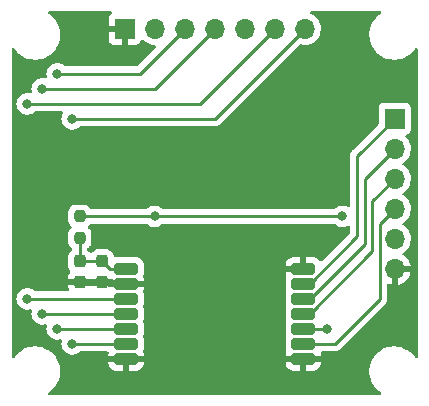
<source format=gtl>
G04 #@! TF.GenerationSoftware,KiCad,Pcbnew,6.0.11+dfsg-1~bpo11+1*
G04 #@! TF.CreationDate,2023-03-04T12:31:31-08:00*
G04 #@! TF.ProjectId,sx1280_breakout,73783132-3830-45f6-9272-65616b6f7574,rev?*
G04 #@! TF.SameCoordinates,Original*
G04 #@! TF.FileFunction,Copper,L1,Top*
G04 #@! TF.FilePolarity,Positive*
%FSLAX46Y46*%
G04 Gerber Fmt 4.6, Leading zero omitted, Abs format (unit mm)*
G04 Created by KiCad (PCBNEW 6.0.11+dfsg-1~bpo11+1) date 2023-03-04 12:31:31*
%MOMM*%
%LPD*%
G01*
G04 APERTURE LIST*
G04 Aperture macros list*
%AMRoundRect*
0 Rectangle with rounded corners*
0 $1 Rounding radius*
0 $2 $3 $4 $5 $6 $7 $8 $9 X,Y pos of 4 corners*
0 Add a 4 corners polygon primitive as box body*
4,1,4,$2,$3,$4,$5,$6,$7,$8,$9,$2,$3,0*
0 Add four circle primitives for the rounded corners*
1,1,$1+$1,$2,$3*
1,1,$1+$1,$4,$5*
1,1,$1+$1,$6,$7*
1,1,$1+$1,$8,$9*
0 Add four rect primitives between the rounded corners*
20,1,$1+$1,$2,$3,$4,$5,0*
20,1,$1+$1,$4,$5,$6,$7,0*
20,1,$1+$1,$6,$7,$8,$9,0*
20,1,$1+$1,$8,$9,$2,$3,0*%
G04 Aperture macros list end*
G04 #@! TA.AperFunction,SMDPad,CuDef*
%ADD10RoundRect,0.250000X-0.750000X-0.250000X0.750000X-0.250000X0.750000X0.250000X-0.750000X0.250000X0*%
G04 #@! TD*
G04 #@! TA.AperFunction,SMDPad,CuDef*
%ADD11RoundRect,0.237500X-0.237500X0.250000X-0.237500X-0.250000X0.237500X-0.250000X0.237500X0.250000X0*%
G04 #@! TD*
G04 #@! TA.AperFunction,SMDPad,CuDef*
%ADD12RoundRect,0.237500X-0.237500X0.300000X-0.237500X-0.300000X0.237500X-0.300000X0.237500X0.300000X0*%
G04 #@! TD*
G04 #@! TA.AperFunction,ComponentPad*
%ADD13R,1.700000X1.700000*%
G04 #@! TD*
G04 #@! TA.AperFunction,ComponentPad*
%ADD14O,1.700000X1.700000*%
G04 #@! TD*
G04 #@! TA.AperFunction,ViaPad*
%ADD15C,0.800000*%
G04 #@! TD*
G04 #@! TA.AperFunction,Conductor*
%ADD16C,0.250000*%
G04 #@! TD*
G04 APERTURE END LIST*
D10*
X132200000Y-111320000D03*
X132200000Y-112590000D03*
X132200000Y-113860000D03*
X132200000Y-115130000D03*
X132200000Y-116400000D03*
X132200000Y-117670000D03*
X132200000Y-118940000D03*
X147200000Y-118940000D03*
X147200000Y-117670000D03*
X147200000Y-116400000D03*
X147200000Y-115130000D03*
X147200000Y-113860000D03*
X147200000Y-112590000D03*
X147200000Y-111320000D03*
D11*
X128270000Y-106875000D03*
X128270000Y-108700000D03*
D12*
X130175000Y-110685000D03*
X130175000Y-112410000D03*
X128270000Y-110685000D03*
X128270000Y-112410000D03*
D13*
X132080000Y-91000000D03*
D14*
X134620000Y-91000000D03*
X137160000Y-91000000D03*
X139700000Y-91000000D03*
X142240000Y-91000000D03*
X144780000Y-91000000D03*
X147320000Y-91000000D03*
X154940000Y-111320000D03*
X154940000Y-108780000D03*
X154940000Y-106240000D03*
X154940000Y-103700000D03*
X154940000Y-101160000D03*
D13*
X154940000Y-98620000D03*
D15*
X150495000Y-106875000D03*
X134620000Y-106875000D03*
X149225000Y-116400000D03*
X127635000Y-117670000D03*
X127635000Y-98620000D03*
X126365000Y-116400000D03*
X126365000Y-94810000D03*
X125095000Y-96080000D03*
X125095000Y-115130000D03*
X123825000Y-113860000D03*
X123825000Y-97350000D03*
D16*
X147320000Y-91000000D02*
X139700000Y-98620000D01*
X139700000Y-98620000D02*
X127635000Y-98620000D01*
X132200000Y-117670000D02*
X127635000Y-117670000D01*
X132200000Y-113860000D02*
X123825000Y-113860000D01*
X132200000Y-115130000D02*
X125095000Y-115130000D01*
X132200000Y-116400000D02*
X126365000Y-116400000D01*
X137160000Y-91000000D02*
X133350000Y-94810000D01*
X133350000Y-94810000D02*
X126365000Y-94810000D01*
X139700000Y-91000000D02*
X134620000Y-96080000D01*
X134620000Y-96080000D02*
X125095000Y-96080000D01*
X144780000Y-91000000D02*
X138430000Y-97350000D01*
X138430000Y-97350000D02*
X123825000Y-97350000D01*
X130175000Y-112410000D02*
X129995000Y-112590000D01*
X129995000Y-112590000D02*
X128270000Y-112590000D01*
X132200000Y-112590000D02*
X130175000Y-112590000D01*
X132200000Y-111320000D02*
X130810000Y-111320000D01*
X130810000Y-111320000D02*
X130175000Y-110685000D01*
X128270000Y-110685000D02*
X130175000Y-110685000D01*
X128270000Y-108700000D02*
X128270000Y-110685000D01*
X134620000Y-106875000D02*
X150495000Y-106875000D01*
X134620000Y-106875000D02*
X128270000Y-106875000D01*
X147200000Y-112590000D02*
X147743173Y-112590000D01*
X147743173Y-112590000D02*
X151765000Y-108568173D01*
X151765000Y-108568173D02*
X151765000Y-101795000D01*
X151765000Y-101795000D02*
X154940000Y-98620000D01*
X147200000Y-113860000D02*
X147743173Y-113860000D01*
X147743173Y-113860000D02*
X152400000Y-109203173D01*
X152400000Y-109203173D02*
X152400000Y-103700000D01*
X152400000Y-103700000D02*
X154940000Y-101160000D01*
X147200000Y-115130000D02*
X147743173Y-115130000D01*
X147743173Y-115130000D02*
X153035000Y-109838173D01*
X153035000Y-109838173D02*
X153035000Y-105605000D01*
X153035000Y-105605000D02*
X154940000Y-103700000D01*
X147200000Y-117670000D02*
X149860000Y-117670000D01*
X149860000Y-117670000D02*
X153670000Y-113860000D01*
X153670000Y-113860000D02*
X153670000Y-107510000D01*
X153670000Y-107510000D02*
X154940000Y-106240000D01*
X147200000Y-116400000D02*
X149225000Y-116400000D01*
G04 #@! TA.AperFunction,Conductor*
G36*
X130928729Y-89528502D02*
G01*
X130975222Y-89582158D01*
X130985326Y-89652432D01*
X130955832Y-89717012D01*
X130936173Y-89735326D01*
X130874276Y-89781715D01*
X130861715Y-89794276D01*
X130785214Y-89896351D01*
X130776676Y-89911946D01*
X130731522Y-90032394D01*
X130727895Y-90047649D01*
X130722369Y-90098514D01*
X130722000Y-90105328D01*
X130722000Y-90727885D01*
X130726475Y-90743124D01*
X130727865Y-90744329D01*
X130735548Y-90746000D01*
X132208000Y-90746000D01*
X132276121Y-90766002D01*
X132322614Y-90819658D01*
X132334000Y-90872000D01*
X132334000Y-92339884D01*
X132338475Y-92355123D01*
X132339865Y-92356328D01*
X132347548Y-92357999D01*
X132974669Y-92357999D01*
X132981490Y-92357629D01*
X133032352Y-92352105D01*
X133047604Y-92348479D01*
X133168054Y-92303324D01*
X133183649Y-92294786D01*
X133285724Y-92218285D01*
X133298285Y-92205724D01*
X133374786Y-92103649D01*
X133383324Y-92088054D01*
X133424225Y-91978952D01*
X133466867Y-91922188D01*
X133533428Y-91897488D01*
X133602777Y-91912696D01*
X133637444Y-91940684D01*
X133662865Y-91970031D01*
X133662869Y-91970035D01*
X133666250Y-91973938D01*
X133838126Y-92116632D01*
X134031000Y-92229338D01*
X134239692Y-92309030D01*
X134244760Y-92310061D01*
X134244763Y-92310062D01*
X134352017Y-92331883D01*
X134458597Y-92353567D01*
X134463771Y-92353757D01*
X134463773Y-92353757D01*
X134531293Y-92356233D01*
X134605649Y-92358959D01*
X134672990Y-92381443D01*
X134717486Y-92436767D01*
X134725008Y-92507364D01*
X134690126Y-92573969D01*
X133124500Y-94139595D01*
X133062188Y-94173621D01*
X133035405Y-94176500D01*
X127073200Y-94176500D01*
X127005079Y-94156498D01*
X126985853Y-94140157D01*
X126985580Y-94140460D01*
X126980668Y-94136037D01*
X126976253Y-94131134D01*
X126821752Y-94018882D01*
X126815724Y-94016198D01*
X126815722Y-94016197D01*
X126653319Y-93943891D01*
X126653318Y-93943891D01*
X126647288Y-93941206D01*
X126553888Y-93921353D01*
X126466944Y-93902872D01*
X126466939Y-93902872D01*
X126460487Y-93901500D01*
X126269513Y-93901500D01*
X126263061Y-93902872D01*
X126263056Y-93902872D01*
X126176112Y-93921353D01*
X126082712Y-93941206D01*
X126076682Y-93943891D01*
X126076681Y-93943891D01*
X125914278Y-94016197D01*
X125914276Y-94016198D01*
X125908248Y-94018882D01*
X125753747Y-94131134D01*
X125749326Y-94136044D01*
X125749325Y-94136045D01*
X125715492Y-94173621D01*
X125625960Y-94273056D01*
X125530473Y-94438444D01*
X125471458Y-94620072D01*
X125451496Y-94810000D01*
X125471458Y-94999928D01*
X125473498Y-95006206D01*
X125484746Y-95040824D01*
X125486774Y-95111791D01*
X125450111Y-95172589D01*
X125386399Y-95203915D01*
X125338716Y-95203007D01*
X125196944Y-95172872D01*
X125196939Y-95172872D01*
X125190487Y-95171500D01*
X124999513Y-95171500D01*
X124993061Y-95172872D01*
X124993056Y-95172872D01*
X124906113Y-95191353D01*
X124812712Y-95211206D01*
X124806682Y-95213891D01*
X124806681Y-95213891D01*
X124644278Y-95286197D01*
X124644276Y-95286198D01*
X124638248Y-95288882D01*
X124483747Y-95401134D01*
X124479326Y-95406044D01*
X124479325Y-95406045D01*
X124445492Y-95443621D01*
X124355960Y-95543056D01*
X124260473Y-95708444D01*
X124201458Y-95890072D01*
X124181496Y-96080000D01*
X124201458Y-96269928D01*
X124203498Y-96276206D01*
X124214746Y-96310824D01*
X124216774Y-96381791D01*
X124180111Y-96442589D01*
X124116399Y-96473915D01*
X124068716Y-96473007D01*
X123926944Y-96442872D01*
X123926939Y-96442872D01*
X123920487Y-96441500D01*
X123729513Y-96441500D01*
X123723061Y-96442872D01*
X123723056Y-96442872D01*
X123636112Y-96461353D01*
X123542712Y-96481206D01*
X123536682Y-96483891D01*
X123536681Y-96483891D01*
X123374278Y-96556197D01*
X123374276Y-96556198D01*
X123368248Y-96558882D01*
X123213747Y-96671134D01*
X123209326Y-96676044D01*
X123209325Y-96676045D01*
X123175492Y-96713621D01*
X123085960Y-96813056D01*
X122990473Y-96978444D01*
X122931458Y-97160072D01*
X122911496Y-97350000D01*
X122912186Y-97356565D01*
X122930594Y-97531703D01*
X122931458Y-97539928D01*
X122990473Y-97721556D01*
X123085960Y-97886944D01*
X123090378Y-97891851D01*
X123090379Y-97891852D01*
X123176905Y-97987949D01*
X123213747Y-98028866D01*
X123368248Y-98141118D01*
X123374276Y-98143802D01*
X123374278Y-98143803D01*
X123438733Y-98172500D01*
X123542712Y-98218794D01*
X123636112Y-98238647D01*
X123723056Y-98257128D01*
X123723061Y-98257128D01*
X123729513Y-98258500D01*
X123920487Y-98258500D01*
X123926939Y-98257128D01*
X123926944Y-98257128D01*
X124013888Y-98238647D01*
X124107288Y-98218794D01*
X124211267Y-98172500D01*
X124275722Y-98143803D01*
X124275724Y-98143802D01*
X124281752Y-98141118D01*
X124436253Y-98028866D01*
X124440668Y-98023963D01*
X124445580Y-98019540D01*
X124446705Y-98020789D01*
X124500014Y-97987949D01*
X124533200Y-97983500D01*
X126735200Y-97983500D01*
X126803321Y-98003502D01*
X126849814Y-98057158D01*
X126859918Y-98127432D01*
X126844319Y-98172500D01*
X126817591Y-98218794D01*
X126800473Y-98248444D01*
X126741458Y-98430072D01*
X126721496Y-98620000D01*
X126741458Y-98809928D01*
X126800473Y-98991556D01*
X126895960Y-99156944D01*
X126900378Y-99161851D01*
X126900379Y-99161852D01*
X126982452Y-99253003D01*
X127023747Y-99298866D01*
X127178248Y-99411118D01*
X127184276Y-99413802D01*
X127184278Y-99413803D01*
X127346681Y-99486109D01*
X127352712Y-99488794D01*
X127446112Y-99508647D01*
X127533056Y-99527128D01*
X127533061Y-99527128D01*
X127539513Y-99528500D01*
X127730487Y-99528500D01*
X127736939Y-99527128D01*
X127736944Y-99527128D01*
X127823888Y-99508647D01*
X127917288Y-99488794D01*
X127923319Y-99486109D01*
X128085722Y-99413803D01*
X128085724Y-99413802D01*
X128091752Y-99411118D01*
X128246253Y-99298866D01*
X128250668Y-99293963D01*
X128255580Y-99289540D01*
X128256705Y-99290789D01*
X128310014Y-99257949D01*
X128343200Y-99253500D01*
X139621233Y-99253500D01*
X139632416Y-99254027D01*
X139639909Y-99255702D01*
X139647835Y-99255453D01*
X139647836Y-99255453D01*
X139707986Y-99253562D01*
X139711945Y-99253500D01*
X139739856Y-99253500D01*
X139743791Y-99253003D01*
X139743856Y-99252995D01*
X139755693Y-99252062D01*
X139787951Y-99251048D01*
X139791970Y-99250922D01*
X139799889Y-99250673D01*
X139819343Y-99245021D01*
X139838700Y-99241013D01*
X139850930Y-99239468D01*
X139850931Y-99239468D01*
X139858797Y-99238474D01*
X139866168Y-99235555D01*
X139866170Y-99235555D01*
X139899912Y-99222196D01*
X139911142Y-99218351D01*
X139945983Y-99208229D01*
X139945984Y-99208229D01*
X139953593Y-99206018D01*
X139960412Y-99201985D01*
X139960417Y-99201983D01*
X139971028Y-99195707D01*
X139988776Y-99187012D01*
X140007617Y-99179552D01*
X140043387Y-99153564D01*
X140053307Y-99147048D01*
X140084535Y-99128580D01*
X140084538Y-99128578D01*
X140091362Y-99124542D01*
X140105683Y-99110221D01*
X140120717Y-99097380D01*
X140130694Y-99090131D01*
X140137107Y-99085472D01*
X140165298Y-99051395D01*
X140173288Y-99042616D01*
X146864549Y-92351355D01*
X146926861Y-92317329D01*
X146978762Y-92316979D01*
X147158597Y-92353567D01*
X147163772Y-92353757D01*
X147163774Y-92353757D01*
X147376673Y-92361564D01*
X147376677Y-92361564D01*
X147381837Y-92361753D01*
X147386957Y-92361097D01*
X147386959Y-92361097D01*
X147598288Y-92334025D01*
X147598289Y-92334025D01*
X147603416Y-92333368D01*
X147642434Y-92321662D01*
X147812429Y-92270661D01*
X147812434Y-92270659D01*
X147817384Y-92269174D01*
X148017994Y-92170896D01*
X148199860Y-92041173D01*
X148358096Y-91883489D01*
X148488453Y-91702077D01*
X148509320Y-91659857D01*
X148585136Y-91506453D01*
X148585137Y-91506451D01*
X148587430Y-91501811D01*
X148652370Y-91288069D01*
X148681529Y-91066590D01*
X148681676Y-91060594D01*
X148683074Y-91003365D01*
X148683074Y-91003361D01*
X148683156Y-91000000D01*
X148664852Y-90777361D01*
X148610431Y-90560702D01*
X148521354Y-90355840D01*
X148400014Y-90168277D01*
X148249670Y-90003051D01*
X148245619Y-89999852D01*
X148245615Y-89999848D01*
X148078414Y-89867800D01*
X148078410Y-89867798D01*
X148074359Y-89864598D01*
X147878789Y-89756638D01*
X147873624Y-89754809D01*
X147869285Y-89753272D01*
X147811750Y-89711677D01*
X147785835Y-89645579D01*
X147799770Y-89575964D01*
X147849129Y-89524933D01*
X147911347Y-89508500D01*
X153668229Y-89508500D01*
X153736350Y-89528502D01*
X153782843Y-89582158D01*
X153792947Y-89652432D01*
X153763453Y-89717012D01*
X153740680Y-89737587D01*
X153569977Y-89857559D01*
X153554892Y-89871577D01*
X153392325Y-90022644D01*
X153359378Y-90053260D01*
X153177287Y-90275732D01*
X153027073Y-90520858D01*
X153025347Y-90524791D01*
X153025346Y-90524792D01*
X152929505Y-90743124D01*
X152911517Y-90784102D01*
X152910342Y-90788229D01*
X152910341Y-90788230D01*
X152886012Y-90873639D01*
X152832756Y-91060594D01*
X152792249Y-91345216D01*
X152792227Y-91349505D01*
X152792226Y-91349512D01*
X152790765Y-91628417D01*
X152790743Y-91632703D01*
X152791302Y-91636947D01*
X152791302Y-91636951D01*
X152807810Y-91762340D01*
X152828268Y-91917734D01*
X152904129Y-92195036D01*
X152905813Y-92198984D01*
X153007237Y-92436767D01*
X153016923Y-92459476D01*
X153085446Y-92573969D01*
X153142616Y-92669493D01*
X153164561Y-92706161D01*
X153344313Y-92930528D01*
X153552851Y-93128423D01*
X153786317Y-93296186D01*
X153790112Y-93298195D01*
X153790113Y-93298196D01*
X153811869Y-93309715D01*
X154040392Y-93430712D01*
X154310373Y-93529511D01*
X154591264Y-93590755D01*
X154619841Y-93593004D01*
X154814282Y-93608307D01*
X154814291Y-93608307D01*
X154816739Y-93608500D01*
X154972271Y-93608500D01*
X154974407Y-93608354D01*
X154974418Y-93608354D01*
X155182548Y-93594165D01*
X155182554Y-93594164D01*
X155186825Y-93593873D01*
X155191020Y-93593004D01*
X155191022Y-93593004D01*
X155327584Y-93564723D01*
X155468342Y-93535574D01*
X155739343Y-93439607D01*
X155994812Y-93307750D01*
X155998313Y-93305289D01*
X155998317Y-93305287D01*
X156112417Y-93225096D01*
X156230023Y-93142441D01*
X156440622Y-92946740D01*
X156622713Y-92724268D01*
X156624948Y-92720621D01*
X156624960Y-92720604D01*
X156658068Y-92666576D01*
X156710715Y-92618945D01*
X156780757Y-92607338D01*
X156845954Y-92635441D01*
X156885608Y-92694332D01*
X156891500Y-92732411D01*
X156891500Y-118765800D01*
X156871498Y-118833921D01*
X156817842Y-118880414D01*
X156747568Y-118890518D01*
X156682988Y-118861024D01*
X156657384Y-118830507D01*
X156642519Y-118805668D01*
X156635439Y-118793839D01*
X156455687Y-118569472D01*
X156271145Y-118394348D01*
X156250258Y-118374527D01*
X156250255Y-118374525D01*
X156247149Y-118371577D01*
X156057064Y-118234987D01*
X156017172Y-118206321D01*
X156017171Y-118206320D01*
X156013683Y-118203814D01*
X156006618Y-118200073D01*
X155958398Y-118174542D01*
X155759608Y-118069288D01*
X155489627Y-117970489D01*
X155208736Y-117909245D01*
X155177685Y-117906801D01*
X154985718Y-117891693D01*
X154985709Y-117891693D01*
X154983261Y-117891500D01*
X154827729Y-117891500D01*
X154825593Y-117891646D01*
X154825582Y-117891646D01*
X154617452Y-117905835D01*
X154617446Y-117905836D01*
X154613175Y-117906127D01*
X154608980Y-117906996D01*
X154608978Y-117906996D01*
X154472416Y-117935277D01*
X154331658Y-117964426D01*
X154060657Y-118060393D01*
X153805188Y-118192250D01*
X153801687Y-118194711D01*
X153801683Y-118194713D01*
X153719994Y-118252125D01*
X153569977Y-118357559D01*
X153551828Y-118374424D01*
X153371403Y-118542086D01*
X153359378Y-118553260D01*
X153177287Y-118775732D01*
X153027073Y-119020858D01*
X153025347Y-119024791D01*
X153025346Y-119024792D01*
X152949105Y-119198475D01*
X152911517Y-119284102D01*
X152910342Y-119288229D01*
X152910341Y-119288230D01*
X152906699Y-119301016D01*
X152832756Y-119560594D01*
X152792249Y-119845216D01*
X152792227Y-119849505D01*
X152792226Y-119849512D01*
X152790765Y-120128417D01*
X152790743Y-120132703D01*
X152828268Y-120417734D01*
X152904129Y-120695036D01*
X153016923Y-120959476D01*
X153164561Y-121206161D01*
X153344313Y-121430528D01*
X153552851Y-121628423D01*
X153575787Y-121644904D01*
X153740382Y-121763178D01*
X153784030Y-121819172D01*
X153790476Y-121889876D01*
X153757673Y-121952840D01*
X153696037Y-121988074D01*
X153666856Y-121991500D01*
X125731771Y-121991500D01*
X125663650Y-121971498D01*
X125617157Y-121917842D01*
X125607053Y-121847568D01*
X125636547Y-121782988D01*
X125659320Y-121762413D01*
X125830023Y-121642441D01*
X126040622Y-121446740D01*
X126222713Y-121224268D01*
X126372927Y-120979142D01*
X126488483Y-120715898D01*
X126567244Y-120439406D01*
X126607751Y-120154784D01*
X126607845Y-120136951D01*
X126609235Y-119871583D01*
X126609235Y-119871576D01*
X126609257Y-119867297D01*
X126571732Y-119582266D01*
X126495871Y-119304964D01*
X126466922Y-119237095D01*
X130692001Y-119237095D01*
X130692338Y-119243614D01*
X130702257Y-119339206D01*
X130705149Y-119352600D01*
X130756588Y-119506784D01*
X130762761Y-119519962D01*
X130848063Y-119657807D01*
X130857099Y-119669208D01*
X130971829Y-119783739D01*
X130983240Y-119792751D01*
X131121243Y-119877816D01*
X131134424Y-119883963D01*
X131288710Y-119935138D01*
X131302086Y-119938005D01*
X131396438Y-119947672D01*
X131402854Y-119948000D01*
X131927885Y-119948000D01*
X131943124Y-119943525D01*
X131944329Y-119942135D01*
X131946000Y-119934452D01*
X131946000Y-119929884D01*
X132454000Y-119929884D01*
X132458475Y-119945123D01*
X132459865Y-119946328D01*
X132467548Y-119947999D01*
X132997095Y-119947999D01*
X133003614Y-119947662D01*
X133099206Y-119937743D01*
X133112600Y-119934851D01*
X133266784Y-119883412D01*
X133279962Y-119877239D01*
X133417807Y-119791937D01*
X133429208Y-119782901D01*
X133543739Y-119668171D01*
X133552751Y-119656760D01*
X133637816Y-119518757D01*
X133643963Y-119505576D01*
X133695138Y-119351290D01*
X133698005Y-119337914D01*
X133707672Y-119243562D01*
X133708000Y-119237146D01*
X133708000Y-119237095D01*
X145692001Y-119237095D01*
X145692338Y-119243614D01*
X145702257Y-119339206D01*
X145705149Y-119352600D01*
X145756588Y-119506784D01*
X145762761Y-119519962D01*
X145848063Y-119657807D01*
X145857099Y-119669208D01*
X145971829Y-119783739D01*
X145983240Y-119792751D01*
X146121243Y-119877816D01*
X146134424Y-119883963D01*
X146288710Y-119935138D01*
X146302086Y-119938005D01*
X146396438Y-119947672D01*
X146402854Y-119948000D01*
X146927885Y-119948000D01*
X146943124Y-119943525D01*
X146944329Y-119942135D01*
X146946000Y-119934452D01*
X146946000Y-119929884D01*
X147454000Y-119929884D01*
X147458475Y-119945123D01*
X147459865Y-119946328D01*
X147467548Y-119947999D01*
X147997095Y-119947999D01*
X148003614Y-119947662D01*
X148099206Y-119937743D01*
X148112600Y-119934851D01*
X148266784Y-119883412D01*
X148279962Y-119877239D01*
X148417807Y-119791937D01*
X148429208Y-119782901D01*
X148543739Y-119668171D01*
X148552751Y-119656760D01*
X148637816Y-119518757D01*
X148643963Y-119505576D01*
X148695138Y-119351290D01*
X148698005Y-119337914D01*
X148707672Y-119243562D01*
X148708000Y-119237146D01*
X148708000Y-119212115D01*
X148703525Y-119196876D01*
X148702135Y-119195671D01*
X148694452Y-119194000D01*
X147472115Y-119194000D01*
X147456876Y-119198475D01*
X147455671Y-119199865D01*
X147454000Y-119207548D01*
X147454000Y-119929884D01*
X146946000Y-119929884D01*
X146946000Y-119212115D01*
X146941525Y-119196876D01*
X146940135Y-119195671D01*
X146932452Y-119194000D01*
X145710116Y-119194000D01*
X145694877Y-119198475D01*
X145693672Y-119199865D01*
X145692001Y-119207548D01*
X145692001Y-119237095D01*
X133708000Y-119237095D01*
X133708000Y-119212115D01*
X133703525Y-119196876D01*
X133702135Y-119195671D01*
X133694452Y-119194000D01*
X132472115Y-119194000D01*
X132456876Y-119198475D01*
X132455671Y-119199865D01*
X132454000Y-119207548D01*
X132454000Y-119929884D01*
X131946000Y-119929884D01*
X131946000Y-119212115D01*
X131941525Y-119196876D01*
X131940135Y-119195671D01*
X131932452Y-119194000D01*
X130710116Y-119194000D01*
X130694877Y-119198475D01*
X130693672Y-119199865D01*
X130692001Y-119207548D01*
X130692001Y-119237095D01*
X126466922Y-119237095D01*
X126383077Y-119040524D01*
X126277764Y-118864559D01*
X126237643Y-118797521D01*
X126237639Y-118797515D01*
X126235439Y-118793839D01*
X126055687Y-118569472D01*
X125871145Y-118394348D01*
X125850258Y-118374527D01*
X125850255Y-118374525D01*
X125847149Y-118371577D01*
X125657064Y-118234987D01*
X125617172Y-118206321D01*
X125617171Y-118206320D01*
X125613683Y-118203814D01*
X125606618Y-118200073D01*
X125558398Y-118174542D01*
X125359608Y-118069288D01*
X125089627Y-117970489D01*
X124808736Y-117909245D01*
X124777685Y-117906801D01*
X124585718Y-117891693D01*
X124585709Y-117891693D01*
X124583261Y-117891500D01*
X124427729Y-117891500D01*
X124425593Y-117891646D01*
X124425582Y-117891646D01*
X124217452Y-117905835D01*
X124217446Y-117905836D01*
X124213175Y-117906127D01*
X124208980Y-117906996D01*
X124208978Y-117906996D01*
X124072416Y-117935277D01*
X123931658Y-117964426D01*
X123660657Y-118060393D01*
X123405188Y-118192250D01*
X123401687Y-118194711D01*
X123401683Y-118194713D01*
X123319994Y-118252125D01*
X123169977Y-118357559D01*
X123151828Y-118374424D01*
X122971403Y-118542086D01*
X122959378Y-118553260D01*
X122777287Y-118775732D01*
X122775052Y-118779379D01*
X122775040Y-118779396D01*
X122741932Y-118833424D01*
X122689285Y-118881055D01*
X122619243Y-118892662D01*
X122554046Y-118864559D01*
X122514392Y-118805668D01*
X122508500Y-118767589D01*
X122508500Y-113860000D01*
X122911496Y-113860000D01*
X122912186Y-113866565D01*
X122930220Y-114038145D01*
X122931458Y-114049928D01*
X122990473Y-114231556D01*
X123085960Y-114396944D01*
X123090378Y-114401851D01*
X123090379Y-114401852D01*
X123189290Y-114511704D01*
X123213747Y-114538866D01*
X123368248Y-114651118D01*
X123374276Y-114653802D01*
X123374278Y-114653803D01*
X123536681Y-114726109D01*
X123542712Y-114728794D01*
X123636113Y-114748647D01*
X123723056Y-114767128D01*
X123723061Y-114767128D01*
X123729513Y-114768500D01*
X123920487Y-114768500D01*
X123926939Y-114767128D01*
X123926944Y-114767128D01*
X124068716Y-114736993D01*
X124139507Y-114742395D01*
X124196139Y-114785212D01*
X124220633Y-114851850D01*
X124214746Y-114899176D01*
X124201458Y-114940072D01*
X124200768Y-114946633D01*
X124200768Y-114946635D01*
X124183307Y-115112767D01*
X124181496Y-115130000D01*
X124201458Y-115319928D01*
X124260473Y-115501556D01*
X124355960Y-115666944D01*
X124360378Y-115671851D01*
X124360379Y-115671852D01*
X124459290Y-115781704D01*
X124483747Y-115808866D01*
X124638248Y-115921118D01*
X124644276Y-115923802D01*
X124644278Y-115923803D01*
X124806681Y-115996109D01*
X124812712Y-115998794D01*
X124906113Y-116018647D01*
X124993056Y-116037128D01*
X124993061Y-116037128D01*
X124999513Y-116038500D01*
X125190487Y-116038500D01*
X125196939Y-116037128D01*
X125196944Y-116037128D01*
X125338716Y-116006993D01*
X125409507Y-116012395D01*
X125466139Y-116055212D01*
X125490633Y-116121850D01*
X125484746Y-116169176D01*
X125471458Y-116210072D01*
X125451496Y-116400000D01*
X125471458Y-116589928D01*
X125530473Y-116771556D01*
X125625960Y-116936944D01*
X125630378Y-116941851D01*
X125630379Y-116941852D01*
X125729290Y-117051704D01*
X125753747Y-117078866D01*
X125908248Y-117191118D01*
X125914276Y-117193802D01*
X125914278Y-117193803D01*
X126076681Y-117266109D01*
X126082712Y-117268794D01*
X126176113Y-117288647D01*
X126263056Y-117307128D01*
X126263061Y-117307128D01*
X126269513Y-117308500D01*
X126460487Y-117308500D01*
X126466939Y-117307128D01*
X126466944Y-117307128D01*
X126608716Y-117276993D01*
X126679507Y-117282395D01*
X126736139Y-117325212D01*
X126760633Y-117391850D01*
X126754746Y-117439176D01*
X126741458Y-117480072D01*
X126721496Y-117670000D01*
X126741458Y-117859928D01*
X126800473Y-118041556D01*
X126803776Y-118047278D01*
X126803777Y-118047279D01*
X126815753Y-118068022D01*
X126895960Y-118206944D01*
X126900378Y-118211851D01*
X126900379Y-118211852D01*
X126982452Y-118303003D01*
X127023747Y-118348866D01*
X127178248Y-118461118D01*
X127184276Y-118463802D01*
X127184278Y-118463803D01*
X127346681Y-118536109D01*
X127352712Y-118538794D01*
X127446112Y-118558647D01*
X127533056Y-118577128D01*
X127533061Y-118577128D01*
X127539513Y-118578500D01*
X127730487Y-118578500D01*
X127736939Y-118577128D01*
X127736944Y-118577128D01*
X127823888Y-118558647D01*
X127917288Y-118538794D01*
X127923319Y-118536109D01*
X128085722Y-118463803D01*
X128085724Y-118463802D01*
X128091752Y-118461118D01*
X128246253Y-118348866D01*
X128250668Y-118343963D01*
X128255580Y-118339540D01*
X128256705Y-118340789D01*
X128310014Y-118307949D01*
X128343200Y-118303500D01*
X130605019Y-118303500D01*
X130673140Y-118323502D01*
X130719633Y-118377158D01*
X130729737Y-118447432D01*
X130724612Y-118469168D01*
X130704862Y-118528710D01*
X130701995Y-118542086D01*
X130692328Y-118636438D01*
X130692000Y-118642855D01*
X130692000Y-118667885D01*
X130696475Y-118683124D01*
X130697865Y-118684329D01*
X130705548Y-118686000D01*
X133689884Y-118686000D01*
X133705123Y-118681525D01*
X133706328Y-118680135D01*
X133707999Y-118672452D01*
X133707999Y-118642905D01*
X133707662Y-118636386D01*
X133697743Y-118540794D01*
X133694851Y-118527400D01*
X133643411Y-118373212D01*
X133636784Y-118359066D01*
X133626000Y-118288893D01*
X133636690Y-118252365D01*
X133638272Y-118248973D01*
X133642115Y-118242738D01*
X133648035Y-118224890D01*
X133695632Y-118081389D01*
X133695632Y-118081387D01*
X133697797Y-118074861D01*
X133699280Y-118060393D01*
X133708172Y-117973598D01*
X133708500Y-117970400D01*
X133708500Y-117369600D01*
X133708163Y-117366350D01*
X133698238Y-117270692D01*
X133698237Y-117270688D01*
X133697526Y-117263834D01*
X133673266Y-117191118D01*
X133643867Y-117102997D01*
X133643865Y-117102992D01*
X133641550Y-117096054D01*
X133637699Y-117089831D01*
X133637061Y-117088469D01*
X133626278Y-117018296D01*
X133636967Y-116981772D01*
X133638274Y-116978969D01*
X133642115Y-116972738D01*
X133652360Y-116941852D01*
X133695632Y-116811389D01*
X133695632Y-116811387D01*
X133697797Y-116804861D01*
X133701210Y-116771556D01*
X133708172Y-116703598D01*
X133708500Y-116700400D01*
X133708500Y-116099600D01*
X133708163Y-116096350D01*
X133698238Y-116000692D01*
X133698237Y-116000688D01*
X133697526Y-115993834D01*
X133673266Y-115921118D01*
X133643867Y-115832997D01*
X133643865Y-115832992D01*
X133641550Y-115826054D01*
X133637699Y-115819831D01*
X133637061Y-115818469D01*
X133626278Y-115748296D01*
X133636967Y-115711772D01*
X133638274Y-115708969D01*
X133642115Y-115702738D01*
X133652360Y-115671852D01*
X133695632Y-115541389D01*
X133695632Y-115541387D01*
X133697797Y-115534861D01*
X133701210Y-115501556D01*
X133703821Y-115476064D01*
X133708500Y-115430400D01*
X133708500Y-114829600D01*
X133708163Y-114826350D01*
X133698238Y-114730692D01*
X133698237Y-114730688D01*
X133697526Y-114723834D01*
X133673266Y-114651118D01*
X133643867Y-114562997D01*
X133643865Y-114562992D01*
X133641550Y-114556054D01*
X133637699Y-114549831D01*
X133637061Y-114548469D01*
X133626278Y-114478296D01*
X133636967Y-114441772D01*
X133638274Y-114438969D01*
X133642115Y-114432738D01*
X133652360Y-114401852D01*
X133695632Y-114271389D01*
X133695632Y-114271387D01*
X133697797Y-114264861D01*
X133701210Y-114231556D01*
X133708172Y-114163598D01*
X133708500Y-114160400D01*
X133708500Y-113559600D01*
X133708163Y-113556350D01*
X133698238Y-113460692D01*
X133698237Y-113460688D01*
X133697526Y-113453834D01*
X133641550Y-113286054D01*
X133637700Y-113279832D01*
X133636783Y-113277875D01*
X133625999Y-113207702D01*
X133636689Y-113171175D01*
X133643963Y-113155576D01*
X133695138Y-113001290D01*
X133698005Y-112987914D01*
X133707672Y-112893562D01*
X133708000Y-112887146D01*
X133708000Y-112862115D01*
X133703525Y-112846876D01*
X133702135Y-112845671D01*
X133694452Y-112844000D01*
X130778000Y-112844000D01*
X130709879Y-112823998D01*
X130663386Y-112770342D01*
X130652000Y-112718000D01*
X130652000Y-112682115D01*
X130647525Y-112666876D01*
X130646135Y-112665671D01*
X130638452Y-112664000D01*
X127305115Y-112664000D01*
X127289876Y-112668475D01*
X127288671Y-112669865D01*
X127287000Y-112677548D01*
X127287000Y-112756266D01*
X127287337Y-112762782D01*
X127297075Y-112856632D01*
X127299968Y-112870028D01*
X127350488Y-113021453D01*
X127359759Y-113041245D01*
X127358497Y-113041836D01*
X127375232Y-113102653D01*
X127354069Y-113170422D01*
X127299626Y-113215991D01*
X127249250Y-113226500D01*
X124533200Y-113226500D01*
X124465079Y-113206498D01*
X124445853Y-113190157D01*
X124445580Y-113190460D01*
X124440668Y-113186037D01*
X124436253Y-113181134D01*
X124281752Y-113068882D01*
X124275724Y-113066198D01*
X124275722Y-113066197D01*
X124113319Y-112993891D01*
X124113318Y-112993891D01*
X124107288Y-112991206D01*
X124013888Y-112971353D01*
X123926944Y-112952872D01*
X123926939Y-112952872D01*
X123920487Y-112951500D01*
X123729513Y-112951500D01*
X123723061Y-112952872D01*
X123723056Y-112952872D01*
X123636112Y-112971353D01*
X123542712Y-112991206D01*
X123536682Y-112993891D01*
X123536681Y-112993891D01*
X123374278Y-113066197D01*
X123374276Y-113066198D01*
X123368248Y-113068882D01*
X123213747Y-113181134D01*
X123209326Y-113186044D01*
X123209325Y-113186045D01*
X123159210Y-113241704D01*
X123085960Y-113323056D01*
X122990473Y-113488444D01*
X122931458Y-113670072D01*
X122911496Y-113860000D01*
X122508500Y-113860000D01*
X122508500Y-111034572D01*
X127286500Y-111034572D01*
X127286837Y-111037818D01*
X127286837Y-111037822D01*
X127289588Y-111064329D01*
X127297293Y-111138593D01*
X127352346Y-111303607D01*
X127443884Y-111451531D01*
X127449065Y-111456703D01*
X127451139Y-111458773D01*
X127452105Y-111460538D01*
X127453613Y-111462441D01*
X127453287Y-111462699D01*
X127485219Y-111521054D01*
X127480218Y-111591875D01*
X127451292Y-111636970D01*
X127448636Y-111639631D01*
X127439625Y-111651040D01*
X127356088Y-111786563D01*
X127349944Y-111799741D01*
X127299685Y-111951266D01*
X127296819Y-111964632D01*
X127287328Y-112057270D01*
X127287000Y-112063685D01*
X127287000Y-112137885D01*
X127291475Y-112153124D01*
X127292865Y-112154329D01*
X127300548Y-112156000D01*
X130919398Y-112156000D01*
X130985514Y-112174740D01*
X131127262Y-112262115D01*
X131134205Y-112264418D01*
X131138327Y-112266340D01*
X131191612Y-112313257D01*
X131199376Y-112330439D01*
X131203865Y-112334329D01*
X131211548Y-112336000D01*
X133689884Y-112336000D01*
X133705123Y-112331525D01*
X133706328Y-112330135D01*
X133707999Y-112322452D01*
X133707999Y-112292905D01*
X133707662Y-112286386D01*
X133697743Y-112190794D01*
X133694851Y-112177400D01*
X133643411Y-112023212D01*
X133636784Y-112009066D01*
X133626000Y-111938893D01*
X133636690Y-111902365D01*
X133638272Y-111898973D01*
X133642115Y-111892738D01*
X133649785Y-111869614D01*
X133695632Y-111731389D01*
X133695632Y-111731387D01*
X133697797Y-111724861D01*
X133708500Y-111620400D01*
X133708500Y-111047885D01*
X145692000Y-111047885D01*
X145696475Y-111063124D01*
X145697865Y-111064329D01*
X145705548Y-111066000D01*
X146927885Y-111066000D01*
X146943124Y-111061525D01*
X146944329Y-111060135D01*
X146946000Y-111052452D01*
X146946000Y-110330116D01*
X146941525Y-110314877D01*
X146940135Y-110313672D01*
X146932452Y-110312001D01*
X146402905Y-110312001D01*
X146396386Y-110312338D01*
X146300794Y-110322257D01*
X146287400Y-110325149D01*
X146133216Y-110376588D01*
X146120038Y-110382761D01*
X145982193Y-110468063D01*
X145970792Y-110477099D01*
X145856261Y-110591829D01*
X145847249Y-110603240D01*
X145762184Y-110741243D01*
X145756037Y-110754424D01*
X145704862Y-110908710D01*
X145701995Y-110922086D01*
X145692328Y-111016438D01*
X145692000Y-111022855D01*
X145692000Y-111047885D01*
X133708500Y-111047885D01*
X133708500Y-111019600D01*
X133701037Y-110947672D01*
X133698238Y-110920692D01*
X133698237Y-110920688D01*
X133697526Y-110913834D01*
X133641550Y-110746054D01*
X133548478Y-110595652D01*
X133423303Y-110470695D01*
X133417072Y-110466854D01*
X133278968Y-110381725D01*
X133278966Y-110381724D01*
X133272738Y-110377885D01*
X133192995Y-110351436D01*
X133111389Y-110324368D01*
X133111387Y-110324368D01*
X133104861Y-110322203D01*
X133098025Y-110321503D01*
X133098022Y-110321502D01*
X133054969Y-110317091D01*
X133000400Y-110311500D01*
X131399600Y-110311500D01*
X131396354Y-110311837D01*
X131396350Y-110311837D01*
X131300693Y-110321762D01*
X131300690Y-110321763D01*
X131293834Y-110322474D01*
X131293194Y-110322688D01*
X131224789Y-110317693D01*
X131168016Y-110275063D01*
X131148098Y-110231276D01*
X131147707Y-110231407D01*
X131146467Y-110227690D01*
X131146467Y-110227689D01*
X131092654Y-110066393D01*
X131001116Y-109918469D01*
X130995934Y-109913296D01*
X130883184Y-109800742D01*
X130883179Y-109800738D01*
X130878003Y-109795571D01*
X130871772Y-109791730D01*
X130736150Y-109708131D01*
X130736148Y-109708130D01*
X130729920Y-109704291D01*
X130564809Y-109649526D01*
X130557973Y-109648826D01*
X130557970Y-109648825D01*
X130506474Y-109643549D01*
X130462072Y-109639000D01*
X129887928Y-109639000D01*
X129884682Y-109639337D01*
X129884678Y-109639337D01*
X129790765Y-109649081D01*
X129790761Y-109649082D01*
X129783907Y-109649793D01*
X129777371Y-109651974D01*
X129777369Y-109651974D01*
X129686226Y-109682382D01*
X129618893Y-109704846D01*
X129470969Y-109796384D01*
X129465796Y-109801566D01*
X129353242Y-109914316D01*
X129353238Y-109914321D01*
X129348071Y-109919497D01*
X129344230Y-109925728D01*
X129344228Y-109925731D01*
X129329706Y-109949289D01*
X129276933Y-109996782D01*
X129206861Y-110008204D01*
X129141738Y-109979930D01*
X129115306Y-109949479D01*
X129096116Y-109918469D01*
X129090934Y-109913296D01*
X128978184Y-109800742D01*
X128978179Y-109800738D01*
X128973003Y-109795571D01*
X128963386Y-109789643D01*
X128961559Y-109787614D01*
X128961027Y-109787193D01*
X128961099Y-109787102D01*
X128915892Y-109736872D01*
X128903500Y-109682382D01*
X128903500Y-109652464D01*
X128923502Y-109584343D01*
X128963196Y-109545321D01*
X128974031Y-109538616D01*
X129026279Y-109486277D01*
X129091758Y-109420684D01*
X129091762Y-109420679D01*
X129096929Y-109415503D01*
X129182392Y-109276857D01*
X129184369Y-109273650D01*
X129184370Y-109273648D01*
X129188209Y-109267420D01*
X129242974Y-109102309D01*
X129253500Y-108999572D01*
X129253500Y-108400428D01*
X129247824Y-108345720D01*
X129243419Y-108303265D01*
X129243418Y-108303261D01*
X129242707Y-108296407D01*
X129187654Y-108131393D01*
X129096116Y-107983469D01*
X129065210Y-107952617D01*
X128989214Y-107876753D01*
X128955135Y-107814470D01*
X128960138Y-107743650D01*
X128989059Y-107698563D01*
X129091757Y-107595685D01*
X129091761Y-107595680D01*
X129096929Y-107590503D01*
X129110564Y-107568384D01*
X129163336Y-107520891D01*
X129217824Y-107508500D01*
X133911800Y-107508500D01*
X133979921Y-107528502D01*
X133999147Y-107544843D01*
X133999420Y-107544540D01*
X134004332Y-107548963D01*
X134008747Y-107553866D01*
X134014086Y-107557745D01*
X134138036Y-107647800D01*
X134163248Y-107666118D01*
X134169276Y-107668802D01*
X134169278Y-107668803D01*
X134331681Y-107741109D01*
X134337712Y-107743794D01*
X134431113Y-107763647D01*
X134518056Y-107782128D01*
X134518061Y-107782128D01*
X134524513Y-107783500D01*
X134715487Y-107783500D01*
X134721939Y-107782128D01*
X134721944Y-107782128D01*
X134808887Y-107763647D01*
X134902288Y-107743794D01*
X134908319Y-107741109D01*
X135070722Y-107668803D01*
X135070724Y-107668802D01*
X135076752Y-107666118D01*
X135101965Y-107647800D01*
X135225914Y-107557745D01*
X135231253Y-107553866D01*
X135235668Y-107548963D01*
X135240580Y-107544540D01*
X135241705Y-107545789D01*
X135295014Y-107512949D01*
X135328200Y-107508500D01*
X149786800Y-107508500D01*
X149854921Y-107528502D01*
X149874147Y-107544843D01*
X149874420Y-107544540D01*
X149879332Y-107548963D01*
X149883747Y-107553866D01*
X149889086Y-107557745D01*
X150013036Y-107647800D01*
X150038248Y-107666118D01*
X150044276Y-107668802D01*
X150044278Y-107668803D01*
X150206681Y-107741109D01*
X150212712Y-107743794D01*
X150306113Y-107763647D01*
X150393056Y-107782128D01*
X150393061Y-107782128D01*
X150399513Y-107783500D01*
X150590487Y-107783500D01*
X150596939Y-107782128D01*
X150596944Y-107782128D01*
X150683887Y-107763647D01*
X150777288Y-107743794D01*
X150801656Y-107732945D01*
X150951752Y-107666118D01*
X150952677Y-107668196D01*
X151011488Y-107653924D01*
X151078581Y-107677141D01*
X151122472Y-107732945D01*
X151131500Y-107779782D01*
X151131500Y-108253578D01*
X151111498Y-108321699D01*
X151094595Y-108342673D01*
X148772682Y-110664586D01*
X148710370Y-110698612D01*
X148639555Y-110693547D01*
X148582719Y-110651000D01*
X148576443Y-110641794D01*
X148551937Y-110602193D01*
X148542901Y-110590792D01*
X148428171Y-110476261D01*
X148416760Y-110467249D01*
X148278757Y-110382184D01*
X148265576Y-110376037D01*
X148111290Y-110324862D01*
X148097914Y-110321995D01*
X148003562Y-110312328D01*
X147997145Y-110312000D01*
X147472115Y-110312000D01*
X147456876Y-110316475D01*
X147455671Y-110317865D01*
X147454000Y-110325548D01*
X147454000Y-111448000D01*
X147433998Y-111516121D01*
X147380342Y-111562614D01*
X147328000Y-111574000D01*
X145710116Y-111574000D01*
X145694877Y-111578475D01*
X145693672Y-111579865D01*
X145692001Y-111587548D01*
X145692001Y-111617095D01*
X145692338Y-111623614D01*
X145702257Y-111719206D01*
X145705149Y-111732600D01*
X145756589Y-111886788D01*
X145763216Y-111900934D01*
X145774000Y-111971107D01*
X145763310Y-112007635D01*
X145761728Y-112011027D01*
X145757885Y-112017262D01*
X145755579Y-112024213D01*
X145755579Y-112024214D01*
X145749248Y-112043303D01*
X145702203Y-112185139D01*
X145691500Y-112289600D01*
X145691500Y-112890400D01*
X145691837Y-112893646D01*
X145691837Y-112893650D01*
X145701618Y-112987914D01*
X145702474Y-112996166D01*
X145704655Y-113002702D01*
X145704655Y-113002704D01*
X145756133Y-113157003D01*
X145756135Y-113157008D01*
X145758450Y-113163946D01*
X145762301Y-113170169D01*
X145762939Y-113171531D01*
X145773722Y-113241704D01*
X145763033Y-113278228D01*
X145761726Y-113281031D01*
X145757885Y-113287262D01*
X145755581Y-113294210D01*
X145755579Y-113294213D01*
X145744116Y-113328774D01*
X145702203Y-113455139D01*
X145701503Y-113461975D01*
X145701502Y-113461978D01*
X145698147Y-113494729D01*
X145691500Y-113559600D01*
X145691500Y-114160400D01*
X145691837Y-114163646D01*
X145691837Y-114163650D01*
X145699477Y-114237279D01*
X145702474Y-114266166D01*
X145704655Y-114272702D01*
X145704655Y-114272704D01*
X145756133Y-114427003D01*
X145756135Y-114427008D01*
X145758450Y-114433946D01*
X145762301Y-114440169D01*
X145762939Y-114441531D01*
X145773722Y-114511704D01*
X145763033Y-114548228D01*
X145761726Y-114551031D01*
X145757885Y-114557262D01*
X145755581Y-114564210D01*
X145755579Y-114564213D01*
X145725864Y-114653803D01*
X145702203Y-114725139D01*
X145701503Y-114731975D01*
X145701502Y-114731978D01*
X145697901Y-114767128D01*
X145691500Y-114829600D01*
X145691500Y-115430400D01*
X145691837Y-115433646D01*
X145691837Y-115433650D01*
X145699477Y-115507279D01*
X145702474Y-115536166D01*
X145704655Y-115542702D01*
X145704655Y-115542704D01*
X145756133Y-115697003D01*
X145756135Y-115697008D01*
X145758450Y-115703946D01*
X145762301Y-115710169D01*
X145762939Y-115711531D01*
X145773722Y-115781704D01*
X145763033Y-115818228D01*
X145761726Y-115821031D01*
X145757885Y-115827262D01*
X145755581Y-115834210D01*
X145755579Y-115834213D01*
X145725864Y-115923803D01*
X145702203Y-115995139D01*
X145701503Y-116001975D01*
X145701502Y-116001978D01*
X145698147Y-116034729D01*
X145691500Y-116099600D01*
X145691500Y-116700400D01*
X145691837Y-116703646D01*
X145691837Y-116703650D01*
X145699477Y-116777279D01*
X145702474Y-116806166D01*
X145704655Y-116812702D01*
X145704655Y-116812704D01*
X145756133Y-116967003D01*
X145756135Y-116967008D01*
X145758450Y-116973946D01*
X145762301Y-116980169D01*
X145762939Y-116981531D01*
X145773722Y-117051704D01*
X145763033Y-117088228D01*
X145761726Y-117091031D01*
X145757885Y-117097262D01*
X145755581Y-117104210D01*
X145755579Y-117104213D01*
X145725864Y-117193803D01*
X145702203Y-117265139D01*
X145701503Y-117271975D01*
X145701502Y-117271978D01*
X145697901Y-117307128D01*
X145691500Y-117369600D01*
X145691500Y-117970400D01*
X145691837Y-117973646D01*
X145691837Y-117973650D01*
X145699477Y-118047279D01*
X145702474Y-118076166D01*
X145758450Y-118243946D01*
X145762300Y-118250168D01*
X145763217Y-118252125D01*
X145774001Y-118322298D01*
X145763311Y-118358825D01*
X145756037Y-118374424D01*
X145704862Y-118528710D01*
X145701995Y-118542086D01*
X145692328Y-118636438D01*
X145692000Y-118642855D01*
X145692000Y-118667885D01*
X145696475Y-118683124D01*
X145697865Y-118684329D01*
X145705548Y-118686000D01*
X148689884Y-118686000D01*
X148705123Y-118681525D01*
X148706328Y-118680135D01*
X148707999Y-118672452D01*
X148707999Y-118642905D01*
X148707662Y-118636386D01*
X148697743Y-118540794D01*
X148694851Y-118527400D01*
X148675493Y-118469376D01*
X148672909Y-118398426D01*
X148709093Y-118337342D01*
X148772557Y-118305518D01*
X148795017Y-118303500D01*
X149781233Y-118303500D01*
X149792416Y-118304027D01*
X149799909Y-118305702D01*
X149807835Y-118305453D01*
X149807836Y-118305453D01*
X149867986Y-118303562D01*
X149871945Y-118303500D01*
X149899856Y-118303500D01*
X149903791Y-118303003D01*
X149903856Y-118302995D01*
X149915693Y-118302062D01*
X149947951Y-118301048D01*
X149951970Y-118300922D01*
X149959889Y-118300673D01*
X149979343Y-118295021D01*
X149998700Y-118291013D01*
X150010930Y-118289468D01*
X150010931Y-118289468D01*
X150018797Y-118288474D01*
X150026168Y-118285555D01*
X150026170Y-118285555D01*
X150059912Y-118272196D01*
X150071142Y-118268351D01*
X150105983Y-118258229D01*
X150105984Y-118258229D01*
X150113593Y-118256018D01*
X150120412Y-118251985D01*
X150120417Y-118251983D01*
X150131028Y-118245707D01*
X150148776Y-118237012D01*
X150167617Y-118229552D01*
X150203387Y-118203564D01*
X150213307Y-118197048D01*
X150244535Y-118178580D01*
X150244538Y-118178578D01*
X150251362Y-118174542D01*
X150265683Y-118160221D01*
X150280717Y-118147380D01*
X150290694Y-118140131D01*
X150297107Y-118135472D01*
X150325298Y-118101395D01*
X150333288Y-118092616D01*
X154062247Y-114363657D01*
X154070537Y-114356113D01*
X154077018Y-114352000D01*
X154123659Y-114302332D01*
X154126413Y-114299491D01*
X154146135Y-114279769D01*
X154148612Y-114276576D01*
X154156317Y-114267555D01*
X154181159Y-114241100D01*
X154186586Y-114235321D01*
X154192111Y-114225271D01*
X154196346Y-114217568D01*
X154207202Y-114201041D01*
X154214757Y-114191302D01*
X154214758Y-114191300D01*
X154219614Y-114185040D01*
X154237174Y-114144460D01*
X154242391Y-114133812D01*
X154259875Y-114102009D01*
X154259876Y-114102007D01*
X154263695Y-114095060D01*
X154268733Y-114075437D01*
X154275137Y-114056734D01*
X154280033Y-114045420D01*
X154280033Y-114045419D01*
X154283181Y-114038145D01*
X154284420Y-114030322D01*
X154284423Y-114030312D01*
X154290099Y-113994476D01*
X154292505Y-113982856D01*
X154301528Y-113947711D01*
X154301528Y-113947710D01*
X154303500Y-113940030D01*
X154303500Y-113919776D01*
X154305051Y-113900065D01*
X154306980Y-113887886D01*
X154308220Y-113880057D01*
X154304059Y-113836038D01*
X154303500Y-113824181D01*
X154303500Y-112713654D01*
X154323502Y-112645533D01*
X154377158Y-112599040D01*
X154447432Y-112588936D01*
X154474448Y-112595944D01*
X154554996Y-112626702D01*
X154564899Y-112629579D01*
X154668250Y-112650606D01*
X154682299Y-112649410D01*
X154686000Y-112639065D01*
X154686000Y-112638517D01*
X155194000Y-112638517D01*
X155198064Y-112652359D01*
X155211478Y-112654393D01*
X155218184Y-112653534D01*
X155228262Y-112651392D01*
X155432255Y-112590191D01*
X155441842Y-112586433D01*
X155633095Y-112492739D01*
X155641945Y-112487464D01*
X155815328Y-112363792D01*
X155823200Y-112357139D01*
X155974052Y-112206812D01*
X155980730Y-112198965D01*
X156105003Y-112026020D01*
X156110313Y-112017183D01*
X156204670Y-111826267D01*
X156208469Y-111816672D01*
X156270377Y-111612910D01*
X156272555Y-111602837D01*
X156273986Y-111591962D01*
X156271775Y-111577778D01*
X156258617Y-111574000D01*
X155212115Y-111574000D01*
X155196876Y-111578475D01*
X155195671Y-111579865D01*
X155194000Y-111587548D01*
X155194000Y-112638517D01*
X154686000Y-112638517D01*
X154686000Y-111192000D01*
X154706002Y-111123879D01*
X154759658Y-111077386D01*
X154812000Y-111066000D01*
X156258344Y-111066000D01*
X156271875Y-111062027D01*
X156273180Y-111052947D01*
X156231214Y-110885875D01*
X156227894Y-110876124D01*
X156142972Y-110680814D01*
X156138105Y-110671739D01*
X156022426Y-110492926D01*
X156016136Y-110484757D01*
X155872806Y-110327240D01*
X155865273Y-110320215D01*
X155698139Y-110188222D01*
X155689556Y-110182520D01*
X155652602Y-110162120D01*
X155602631Y-110111687D01*
X155587859Y-110042245D01*
X155612975Y-109975839D01*
X155640327Y-109949232D01*
X155683455Y-109918469D01*
X155819860Y-109821173D01*
X155851501Y-109789643D01*
X155974435Y-109667137D01*
X155978096Y-109663489D01*
X155988130Y-109649526D01*
X156105435Y-109486277D01*
X156108453Y-109482077D01*
X156207430Y-109281811D01*
X156272370Y-109068069D01*
X156301529Y-108846590D01*
X156303156Y-108780000D01*
X156284852Y-108557361D01*
X156230431Y-108340702D01*
X156141354Y-108135840D01*
X156042781Y-107983469D01*
X156022822Y-107952617D01*
X156022820Y-107952614D01*
X156020014Y-107948277D01*
X155869670Y-107783051D01*
X155865619Y-107779852D01*
X155865615Y-107779848D01*
X155698414Y-107647800D01*
X155698410Y-107647798D01*
X155694359Y-107644598D01*
X155653053Y-107621796D01*
X155603084Y-107571364D01*
X155588312Y-107501921D01*
X155613428Y-107435516D01*
X155640780Y-107408909D01*
X155684603Y-107377650D01*
X155819860Y-107281173D01*
X155978096Y-107123489D01*
X156108453Y-106942077D01*
X156207430Y-106741811D01*
X156239900Y-106634940D01*
X156270865Y-106533023D01*
X156270865Y-106533021D01*
X156272370Y-106528069D01*
X156301529Y-106306590D01*
X156303156Y-106240000D01*
X156284852Y-106017361D01*
X156230431Y-105800702D01*
X156141354Y-105595840D01*
X156020014Y-105408277D01*
X155869670Y-105243051D01*
X155865619Y-105239852D01*
X155865615Y-105239848D01*
X155698414Y-105107800D01*
X155698410Y-105107798D01*
X155694359Y-105104598D01*
X155653053Y-105081796D01*
X155603084Y-105031364D01*
X155588312Y-104961921D01*
X155613428Y-104895516D01*
X155640780Y-104868909D01*
X155684603Y-104837650D01*
X155819860Y-104741173D01*
X155978096Y-104583489D01*
X156108453Y-104402077D01*
X156207430Y-104201811D01*
X156272370Y-103988069D01*
X156301529Y-103766590D01*
X156303156Y-103700000D01*
X156284852Y-103477361D01*
X156230431Y-103260702D01*
X156141354Y-103055840D01*
X156020014Y-102868277D01*
X155869670Y-102703051D01*
X155865619Y-102699852D01*
X155865615Y-102699848D01*
X155698414Y-102567800D01*
X155698410Y-102567798D01*
X155694359Y-102564598D01*
X155653053Y-102541796D01*
X155603084Y-102491364D01*
X155588312Y-102421921D01*
X155613428Y-102355516D01*
X155640780Y-102328909D01*
X155684603Y-102297650D01*
X155819860Y-102201173D01*
X155978096Y-102043489D01*
X156108453Y-101862077D01*
X156126840Y-101824875D01*
X156205136Y-101666453D01*
X156205137Y-101666451D01*
X156207430Y-101661811D01*
X156272370Y-101448069D01*
X156301529Y-101226590D01*
X156303156Y-101160000D01*
X156284852Y-100937361D01*
X156230431Y-100720702D01*
X156141354Y-100515840D01*
X156020014Y-100328277D01*
X156016532Y-100324450D01*
X155872798Y-100166488D01*
X155841746Y-100102642D01*
X155850141Y-100032143D01*
X155895317Y-99977375D01*
X155921761Y-99963706D01*
X156028297Y-99923767D01*
X156036705Y-99920615D01*
X156153261Y-99833261D01*
X156240615Y-99716705D01*
X156291745Y-99580316D01*
X156298500Y-99518134D01*
X156298500Y-97721866D01*
X156291745Y-97659684D01*
X156240615Y-97523295D01*
X156153261Y-97406739D01*
X156036705Y-97319385D01*
X155900316Y-97268255D01*
X155838134Y-97261500D01*
X154041866Y-97261500D01*
X153979684Y-97268255D01*
X153843295Y-97319385D01*
X153726739Y-97406739D01*
X153639385Y-97523295D01*
X153588255Y-97659684D01*
X153581500Y-97721866D01*
X153581500Y-99030406D01*
X153561498Y-99098527D01*
X153544595Y-99119501D01*
X151372747Y-101291348D01*
X151364461Y-101298888D01*
X151357982Y-101303000D01*
X151352557Y-101308777D01*
X151311357Y-101352651D01*
X151308602Y-101355493D01*
X151288865Y-101375230D01*
X151286385Y-101378427D01*
X151278682Y-101387447D01*
X151248414Y-101419679D01*
X151244595Y-101426625D01*
X151244593Y-101426628D01*
X151238652Y-101437434D01*
X151227801Y-101453953D01*
X151215386Y-101469959D01*
X151212241Y-101477228D01*
X151212238Y-101477232D01*
X151197826Y-101510537D01*
X151192609Y-101521187D01*
X151171305Y-101559940D01*
X151169334Y-101567615D01*
X151169334Y-101567616D01*
X151166267Y-101579562D01*
X151159863Y-101598266D01*
X151151819Y-101616855D01*
X151150580Y-101624678D01*
X151150577Y-101624688D01*
X151144901Y-101660524D01*
X151142495Y-101672144D01*
X151131500Y-101714970D01*
X151131500Y-101735224D01*
X151129949Y-101754934D01*
X151126780Y-101774943D01*
X151127526Y-101782835D01*
X151130941Y-101818961D01*
X151131500Y-101830819D01*
X151131500Y-105970218D01*
X151111498Y-106038339D01*
X151057842Y-106084832D01*
X150987568Y-106094936D01*
X150952270Y-106082718D01*
X150951752Y-106083882D01*
X150783319Y-106008891D01*
X150783318Y-106008891D01*
X150777288Y-106006206D01*
X150683888Y-105986353D01*
X150596944Y-105967872D01*
X150596939Y-105967872D01*
X150590487Y-105966500D01*
X150399513Y-105966500D01*
X150393061Y-105967872D01*
X150393056Y-105967872D01*
X150306112Y-105986353D01*
X150212712Y-106006206D01*
X150206682Y-106008891D01*
X150206681Y-106008891D01*
X150044278Y-106081197D01*
X150044276Y-106081198D01*
X150038248Y-106083882D01*
X150032907Y-106087762D01*
X150032906Y-106087763D01*
X149942708Y-106153296D01*
X149883747Y-106196134D01*
X149879332Y-106201037D01*
X149874420Y-106205460D01*
X149873295Y-106204211D01*
X149819986Y-106237051D01*
X149786800Y-106241500D01*
X135328200Y-106241500D01*
X135260079Y-106221498D01*
X135240853Y-106205157D01*
X135240580Y-106205460D01*
X135235668Y-106201037D01*
X135231253Y-106196134D01*
X135172292Y-106153296D01*
X135082094Y-106087763D01*
X135082093Y-106087762D01*
X135076752Y-106083882D01*
X135070724Y-106081198D01*
X135070722Y-106081197D01*
X134908319Y-106008891D01*
X134908318Y-106008891D01*
X134902288Y-106006206D01*
X134808888Y-105986353D01*
X134721944Y-105967872D01*
X134721939Y-105967872D01*
X134715487Y-105966500D01*
X134524513Y-105966500D01*
X134518061Y-105967872D01*
X134518056Y-105967872D01*
X134431112Y-105986353D01*
X134337712Y-106006206D01*
X134331682Y-106008891D01*
X134331681Y-106008891D01*
X134169278Y-106081197D01*
X134169276Y-106081198D01*
X134163248Y-106083882D01*
X134157907Y-106087762D01*
X134157906Y-106087763D01*
X134067708Y-106153296D01*
X134008747Y-106196134D01*
X134004332Y-106201037D01*
X133999420Y-106205460D01*
X133998295Y-106204211D01*
X133944986Y-106237051D01*
X133911800Y-106241500D01*
X129217699Y-106241500D01*
X129149578Y-106221498D01*
X129110554Y-106181801D01*
X129096116Y-106158469D01*
X129032472Y-106094936D01*
X128978184Y-106040742D01*
X128978179Y-106040738D01*
X128973003Y-106035571D01*
X128929720Y-106008891D01*
X128831150Y-105948131D01*
X128831148Y-105948130D01*
X128824920Y-105944291D01*
X128659809Y-105889526D01*
X128652973Y-105888826D01*
X128652970Y-105888825D01*
X128601474Y-105883549D01*
X128557072Y-105879000D01*
X127982928Y-105879000D01*
X127979682Y-105879337D01*
X127979678Y-105879337D01*
X127885765Y-105889081D01*
X127885761Y-105889082D01*
X127878907Y-105889793D01*
X127872371Y-105891974D01*
X127872369Y-105891974D01*
X127739605Y-105936268D01*
X127713893Y-105944846D01*
X127565969Y-106036384D01*
X127560796Y-106041566D01*
X127448242Y-106154316D01*
X127448238Y-106154321D01*
X127443071Y-106159497D01*
X127439231Y-106165727D01*
X127439230Y-106165728D01*
X127395516Y-106236646D01*
X127351791Y-106307580D01*
X127297026Y-106472691D01*
X127286500Y-106575428D01*
X127286500Y-107174572D01*
X127297293Y-107278593D01*
X127352346Y-107443607D01*
X127443884Y-107591531D01*
X127449066Y-107596704D01*
X127550786Y-107698247D01*
X127584865Y-107760530D01*
X127579862Y-107831350D01*
X127550941Y-107876437D01*
X127448246Y-107979312D01*
X127448242Y-107979317D01*
X127443071Y-107984497D01*
X127439231Y-107990727D01*
X127439230Y-107990728D01*
X127356364Y-108125162D01*
X127351791Y-108132580D01*
X127297026Y-108297691D01*
X127286500Y-108400428D01*
X127286500Y-108999572D01*
X127286837Y-109002818D01*
X127286837Y-109002822D01*
X127293075Y-109062939D01*
X127297293Y-109103593D01*
X127352346Y-109268607D01*
X127443884Y-109416531D01*
X127449066Y-109421704D01*
X127561816Y-109534258D01*
X127561821Y-109534262D01*
X127566997Y-109539429D01*
X127573227Y-109543269D01*
X127573228Y-109543270D01*
X127576614Y-109545357D01*
X127578441Y-109547386D01*
X127578973Y-109547807D01*
X127578901Y-109547898D01*
X127624108Y-109598128D01*
X127636500Y-109652618D01*
X127636500Y-109682536D01*
X127616498Y-109750657D01*
X127576804Y-109789679D01*
X127565969Y-109796384D01*
X127560796Y-109801566D01*
X127448242Y-109914316D01*
X127448238Y-109914321D01*
X127443071Y-109919497D01*
X127439231Y-109925727D01*
X127439230Y-109925728D01*
X127356364Y-110060162D01*
X127351791Y-110067580D01*
X127297026Y-110232691D01*
X127286500Y-110335428D01*
X127286500Y-111034572D01*
X122508500Y-111034572D01*
X122508500Y-92734200D01*
X122528502Y-92666079D01*
X122582158Y-92619586D01*
X122652432Y-92609482D01*
X122717012Y-92638976D01*
X122742615Y-92669492D01*
X122764561Y-92706161D01*
X122944313Y-92930528D01*
X123152851Y-93128423D01*
X123386317Y-93296186D01*
X123390112Y-93298195D01*
X123390113Y-93298196D01*
X123411869Y-93309715D01*
X123640392Y-93430712D01*
X123910373Y-93529511D01*
X124191264Y-93590755D01*
X124219841Y-93593004D01*
X124414282Y-93608307D01*
X124414291Y-93608307D01*
X124416739Y-93608500D01*
X124572271Y-93608500D01*
X124574407Y-93608354D01*
X124574418Y-93608354D01*
X124782548Y-93594165D01*
X124782554Y-93594164D01*
X124786825Y-93593873D01*
X124791020Y-93593004D01*
X124791022Y-93593004D01*
X124927584Y-93564723D01*
X125068342Y-93535574D01*
X125339343Y-93439607D01*
X125594812Y-93307750D01*
X125598313Y-93305289D01*
X125598317Y-93305287D01*
X125712417Y-93225096D01*
X125830023Y-93142441D01*
X126040622Y-92946740D01*
X126222713Y-92724268D01*
X126372927Y-92479142D01*
X126426268Y-92357629D01*
X126486757Y-92219830D01*
X126488483Y-92215898D01*
X126491507Y-92205284D01*
X126558520Y-91970031D01*
X126567244Y-91939406D01*
X126573611Y-91894669D01*
X130722001Y-91894669D01*
X130722371Y-91901490D01*
X130727895Y-91952352D01*
X130731521Y-91967604D01*
X130776676Y-92088054D01*
X130785214Y-92103649D01*
X130861715Y-92205724D01*
X130874276Y-92218285D01*
X130976351Y-92294786D01*
X130991946Y-92303324D01*
X131112394Y-92348478D01*
X131127649Y-92352105D01*
X131178514Y-92357631D01*
X131185328Y-92358000D01*
X131807885Y-92358000D01*
X131823124Y-92353525D01*
X131824329Y-92352135D01*
X131826000Y-92344452D01*
X131826000Y-91272115D01*
X131821525Y-91256876D01*
X131820135Y-91255671D01*
X131812452Y-91254000D01*
X130740116Y-91254000D01*
X130724877Y-91258475D01*
X130723672Y-91259865D01*
X130722001Y-91267548D01*
X130722001Y-91894669D01*
X126573611Y-91894669D01*
X126607751Y-91654784D01*
X126607845Y-91636951D01*
X126609235Y-91371583D01*
X126609235Y-91371576D01*
X126609257Y-91367297D01*
X126598827Y-91288069D01*
X126572292Y-91086522D01*
X126571732Y-91082266D01*
X126495871Y-90804964D01*
X126391684Y-90560702D01*
X126384763Y-90544476D01*
X126384761Y-90544472D01*
X126383077Y-90540524D01*
X126269944Y-90351492D01*
X126237643Y-90297521D01*
X126237640Y-90297517D01*
X126235439Y-90293839D01*
X126055687Y-90069472D01*
X125889689Y-89911946D01*
X125850258Y-89874527D01*
X125850255Y-89874525D01*
X125847149Y-89871577D01*
X125659618Y-89736821D01*
X125615970Y-89680828D01*
X125609524Y-89610124D01*
X125642327Y-89547160D01*
X125703963Y-89511926D01*
X125733144Y-89508500D01*
X130860608Y-89508500D01*
X130928729Y-89528502D01*
G37*
G04 #@! TD.AperFunction*
M02*

</source>
